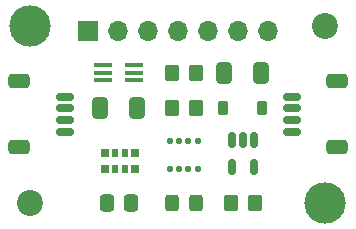
<source format=gbr>
%TF.GenerationSoftware,KiCad,Pcbnew,8.0.5*%
%TF.CreationDate,2024-10-20T21:33:01-07:00*%
%TF.ProjectId,bme688-ezzat-suhaime,626d6536-3838-42d6-957a-7a61742d7375,rev?*%
%TF.SameCoordinates,Original*%
%TF.FileFunction,Soldermask,Top*%
%TF.FilePolarity,Negative*%
%FSLAX46Y46*%
G04 Gerber Fmt 4.6, Leading zero omitted, Abs format (unit mm)*
G04 Created by KiCad (PCBNEW 8.0.5) date 2024-10-20 21:33:01*
%MOMM*%
%LPD*%
G01*
G04 APERTURE LIST*
G04 Aperture macros list*
%AMRoundRect*
0 Rectangle with rounded corners*
0 $1 Rounding radius*
0 $2 $3 $4 $5 $6 $7 $8 $9 X,Y pos of 4 corners*
0 Add a 4 corners polygon primitive as box body*
4,1,4,$2,$3,$4,$5,$6,$7,$8,$9,$2,$3,0*
0 Add four circle primitives for the rounded corners*
1,1,$1+$1,$2,$3*
1,1,$1+$1,$4,$5*
1,1,$1+$1,$6,$7*
1,1,$1+$1,$8,$9*
0 Add four rect primitives between the rounded corners*
20,1,$1+$1,$2,$3,$4,$5,0*
20,1,$1+$1,$4,$5,$6,$7,0*
20,1,$1+$1,$6,$7,$8,$9,0*
20,1,$1+$1,$8,$9,$2,$3,0*%
G04 Aperture macros list end*
%ADD10RoundRect,0.100000X0.650000X0.100000X-0.650000X0.100000X-0.650000X-0.100000X0.650000X-0.100000X0*%
%ADD11RoundRect,0.250000X-0.350000X-0.450000X0.350000X-0.450000X0.350000X0.450000X-0.350000X0.450000X0*%
%ADD12C,2.200000*%
%ADD13RoundRect,0.250000X-0.412500X-0.650000X0.412500X-0.650000X0.412500X0.650000X-0.412500X0.650000X0*%
%ADD14RoundRect,0.150000X-0.150000X0.512500X-0.150000X-0.512500X0.150000X-0.512500X0.150000X0.512500X0*%
%ADD15RoundRect,0.250000X0.350000X0.450000X-0.350000X0.450000X-0.350000X-0.450000X0.350000X-0.450000X0*%
%ADD16RoundRect,0.250000X0.650000X-0.350000X0.650000X0.350000X-0.650000X0.350000X-0.650000X-0.350000X0*%
%ADD17RoundRect,0.150000X0.625000X-0.150000X0.625000X0.150000X-0.625000X0.150000X-0.625000X-0.150000X0*%
%ADD18RoundRect,0.125000X0.125000X0.137500X-0.125000X0.137500X-0.125000X-0.137500X0.125000X-0.137500X0*%
%ADD19C,2.600000*%
%ADD20C,3.500000*%
%ADD21R,1.700000X1.700000*%
%ADD22O,1.700000X1.700000*%
%ADD23RoundRect,0.250000X-0.325000X-0.450000X0.325000X-0.450000X0.325000X0.450000X-0.325000X0.450000X0*%
%ADD24RoundRect,0.250000X-0.337500X-0.475000X0.337500X-0.475000X0.337500X0.475000X-0.337500X0.475000X0*%
%ADD25R,0.640000X0.700000*%
%ADD26R,0.500000X0.700000*%
%ADD27RoundRect,0.225000X0.225000X0.375000X-0.225000X0.375000X-0.225000X-0.375000X0.225000X-0.375000X0*%
%ADD28RoundRect,0.150000X-0.625000X0.150000X-0.625000X-0.150000X0.625000X-0.150000X0.625000X0.150000X0*%
%ADD29RoundRect,0.250000X-0.650000X0.350000X-0.650000X-0.350000X0.650000X-0.350000X0.650000X0.350000X0*%
G04 APERTURE END LIST*
D10*
%TO.C,Q1*%
X223330000Y-94125000D03*
X223330000Y-93475000D03*
X223330000Y-92825000D03*
X220670000Y-92825000D03*
X220670000Y-93475000D03*
X220670000Y-94125000D03*
%TD*%
D11*
%TO.C,R1*%
X228500000Y-96475000D03*
X226500000Y-96475000D03*
%TD*%
D12*
%TO.C,H3*%
X214500000Y-104500000D03*
%TD*%
D13*
%TO.C,C1*%
X223562500Y-96475000D03*
X220437500Y-96475000D03*
%TD*%
D12*
%TO.C,H4*%
X239500000Y-89500000D03*
%TD*%
D14*
%TO.C,U2*%
X233450000Y-101475000D03*
X231550000Y-101475000D03*
X231550000Y-99200000D03*
X232500000Y-99200000D03*
X233450000Y-99200000D03*
%TD*%
D15*
%TO.C,R3*%
X231500000Y-104475000D03*
X233500000Y-104475000D03*
%TD*%
D16*
%TO.C,J3*%
X240500000Y-94200000D03*
X240500000Y-99800000D03*
D17*
X236625000Y-95500000D03*
X236625000Y-96500000D03*
X236625000Y-97500000D03*
X236625000Y-98500000D03*
%TD*%
D13*
%TO.C,C2*%
X234062500Y-93475000D03*
X230937500Y-93475000D03*
%TD*%
D18*
%TO.C,U1*%
X228700000Y-99287500D03*
X227900000Y-99287500D03*
X227100000Y-99287500D03*
X226300000Y-99287500D03*
X226300000Y-101662500D03*
X227100000Y-101662500D03*
X227900000Y-101662500D03*
X228700000Y-101662500D03*
%TD*%
D19*
%TO.C,H1*%
X214500000Y-89500000D03*
D20*
X214500000Y-89500000D03*
%TD*%
D21*
%TO.C,J1*%
X219400000Y-89975000D03*
D22*
X221940000Y-89975000D03*
X224480000Y-89975000D03*
X227020000Y-89975000D03*
X229560000Y-89975000D03*
X232100000Y-89975000D03*
X234640000Y-89975000D03*
%TD*%
D23*
%TO.C,D2*%
X228525000Y-104475000D03*
X226475000Y-104475000D03*
%TD*%
D24*
%TO.C,C3*%
X223037500Y-104475000D03*
X220962500Y-104475000D03*
%TD*%
D15*
%TO.C,R2*%
X226500000Y-93475000D03*
X228500000Y-93475000D03*
%TD*%
D20*
%TO.C,H2*%
X239500000Y-104500000D03*
D19*
X239500000Y-104500000D03*
%TD*%
D25*
%TO.C,RN1*%
X223370000Y-101675000D03*
D26*
X222500000Y-101675000D03*
X221700000Y-101675000D03*
D25*
X220830000Y-101675000D03*
X220830000Y-100275000D03*
D26*
X221700000Y-100275000D03*
X222500000Y-100275000D03*
D25*
X223370000Y-100275000D03*
%TD*%
D27*
%TO.C,D1*%
X230850000Y-96475000D03*
X234150000Y-96475000D03*
%TD*%
D28*
%TO.C,J2*%
X217437500Y-95500000D03*
X217437500Y-96500000D03*
X217437500Y-97500000D03*
X217437500Y-98500000D03*
D29*
X213562500Y-94200000D03*
X213562500Y-99800000D03*
%TD*%
M02*

</source>
